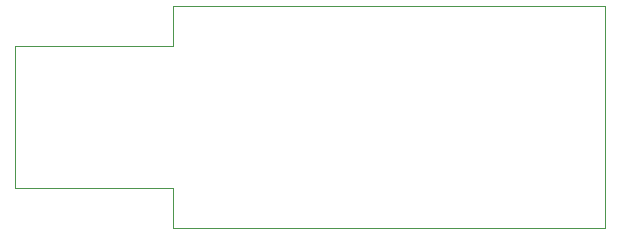
<source format=gbr>
G04 (created by PCBNEW (2013-07-14 BZR 4242)-stable) date Sun 28 Jul 2013 01:40:19 AM CEST*
%MOIN*%
G04 Gerber Fmt 3.4, Leading zero omitted, Abs format*
%FSLAX34Y34*%
G01*
G70*
G90*
G04 APERTURE LIST*
%ADD10C,0.005906*%
%ADD11C,0.003900*%
G04 APERTURE END LIST*
G54D10*
G54D11*
X29700Y-16300D02*
X29700Y-23700D01*
X29700Y-23700D02*
X15300Y-23700D01*
X15300Y-17630D02*
X15300Y-16300D01*
X15300Y-22374D02*
X15300Y-23700D01*
X29700Y-23700D02*
X15300Y-23700D01*
X29700Y-16300D02*
X29700Y-23700D01*
X15300Y-16300D02*
X29700Y-16300D01*
X10039Y-17630D02*
X15300Y-17630D01*
X10039Y-22374D02*
X15300Y-22374D01*
X10039Y-17630D02*
X10039Y-22374D01*
M02*

</source>
